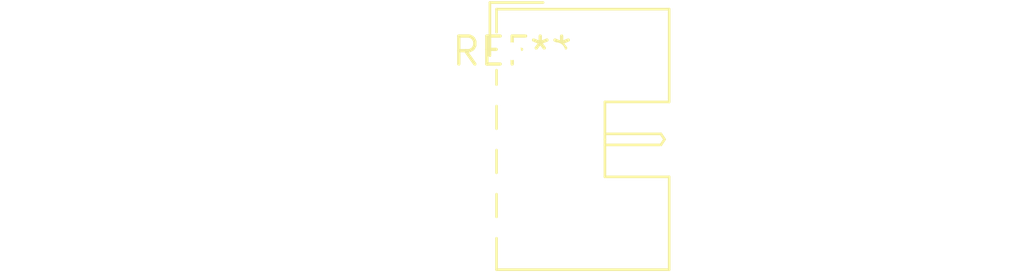
<source format=kicad_pcb>
(kicad_pcb (version 20240108) (generator pcbnew)
  (layers (0 "F.Cu" signal) (31 "B.Cu" signal) (34 "B.Paste" user) (35 "F.Paste" user) (36 "B.SilkS" user "B.Silkscreen") (37 "F.SilkS" user "F.Silkscreen") (38 "B.Mask" user) (39 "F.Mask" user) (44 "Edge.Cuts" user))
  (net 0 "")
  (footprint "JAE_LY20-10P-DLT1_2x05_P2.00mm_Horizontal" (layer "F.Cu") (at 0 0)
    (property "Reference" "REF**")
    (property "Value" "JAE_LY20-10P-DLT1_2x05_P2.00mm_Horizontal")
    (fp_line (start -1.01 -2.21) (end -1.01 0.2) (layer "F.SilkS") (stroke (width 0.12)))
    (fp_line (start -0.71 -1.91) (end -0.71 -0.86) (layer "F.SilkS") (stroke (width 0.12)))
    (fp_line (start -0.71 -1.91) (end 7.11 -1.91) (layer "F.SilkS") (stroke (width 0.12)))
    (fp_line (start -0.71 0.86) (end -0.71 1.514717) (layer "F.SilkS") (stroke (width 0.12)))
    (fp_line (start -0.71 2.485283) (end -0.71 3.514717) (layer "F.SilkS") (stroke (width 0.12)))
    (fp_line (start -0.71 4.485283) (end -0.71 5.514717) (layer "F.SilkS") (stroke (width 0.12)))
    (fp_line (start -0.71 6.485283) (end -0.71 7.514717) (layer "F.SilkS") (stroke (width 0.12)))
    (fp_line (start -0.71 8.485283) (end -0.71 9.91) (layer "F.SilkS") (stroke (width 0.12)))
    (fp_line (start -0.71 9.91) (end 7.11 9.91) (layer "F.SilkS") (stroke (width 0.12)))
    (fp_line (start 1.4 -2.21) (end -1.01 -2.21) (layer "F.SilkS") (stroke (width 0.12)))
    (fp_line (start 4.2 2.3) (end 4.2 4) (layer "F.SilkS") (stroke (width 0.12)))
    (fp_line (start 4.2 3.75) (end 6.733333 3.75) (layer "F.SilkS") (stroke (width 0.12)))
    (fp_line (start 4.2 5.7) (end 4.2 4) (layer "F.SilkS") (stroke (width 0.12)))
    (fp_line (start 6.733333 3.75) (end 6.9 4) (layer "F.SilkS") (stroke (width 0.12)))
    (fp_line (start 6.733333 4.25) (end 4.2 4.25) (layer "F.SilkS") (stroke (width 0.12)))
    (fp_line (start 6.9 4) (end 6.733333 4.25) (layer "F.SilkS") (stroke (width 0.12)))
    (fp_line (start 7.11 -1.91) (end 7.11 2.3) (layer "F.SilkS") (stroke (width 0.12)))
    (fp_line (start 7.11 2.3) (end 4.2 2.3) (layer "F.SilkS") (stroke (width 0.12)))
    (fp_line (start 7.11 5.7) (end 4.2 5.7) (layer "F.SilkS") (stroke (width 0.12)))
    (fp_line (start 7.11 9.91) (end 7.11 5.7) (layer "F.SilkS") (stroke (width 0.12)))
    (pad "a1" thru_hole roundrect (at 0 0) (size 1.2 1.2) (drill 0.8) (layers *.Cu *.Mask) (remove_unused_layers) (roundrect_rratio 0.208333))
    (pad "a2" thru_hole circle (at 0 2) (size 1.2 1.2) (drill 0.8) (layers *.Cu *.Mask) (remove_unused_layers))
    (pad "a3" thru_hole circle (at 0 4) (size 1.2 1.2) (drill 0.8) (layers *.Cu *.Mask) (remove_unused_layers))
    (pad "a4" thru_hole circle (at 0 6) (size 1.2 1.2) (drill 0.8) (layers *.Cu *.Mask) (remove_unused_layers))
    (pad "a5" thru_hole circle (at 0 8) (size 1.2 1.2) (drill 0.8) (layers *.Cu *.Mask) (remove_unused_layers))
    (pad "b1" thru_hole circle (at 2 0) (size 1.2 1.2) (drill 0.8) (layers *.Cu *.Mask) (remove_unused_layers))
    (pad "b2" thru_hole circle (at 2 2) (size 1.2 1.2) (drill 0.8) (layers *.Cu *.Mask) (remove_unused_layers))
    (pad "b3" thru_hole circle (at 2 4) (size 1.2 1.2) (drill 0.8) (layers *.Cu *.Mask) (remove_unused_layers))
    (pad "b4" thru_hole circle (at 2 6) (size 1.2 1.2) (drill 0.8) (layers *.Cu *.Mask) (remove_unused_layers))
    (pad "b5" thru_hole circle (at 2 8) (size 1.2 1.2) (drill 0.8) (layers *.Cu *.Mask) (remove_unused_layers))
  )
)
</source>
